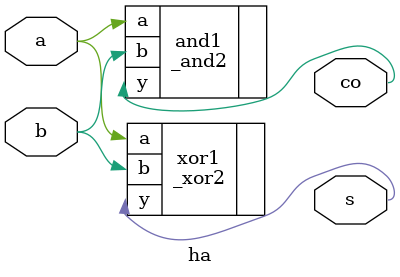
<source format=v>
module ha(a, b, s, co);
	input a, b;
	output s, co;
	
	_and2 and1 (.y(co), .a(a), .b(b));
	_xor2 xor1 (.y(s), .a(a), .b(b));
	
endmodule 
</source>
